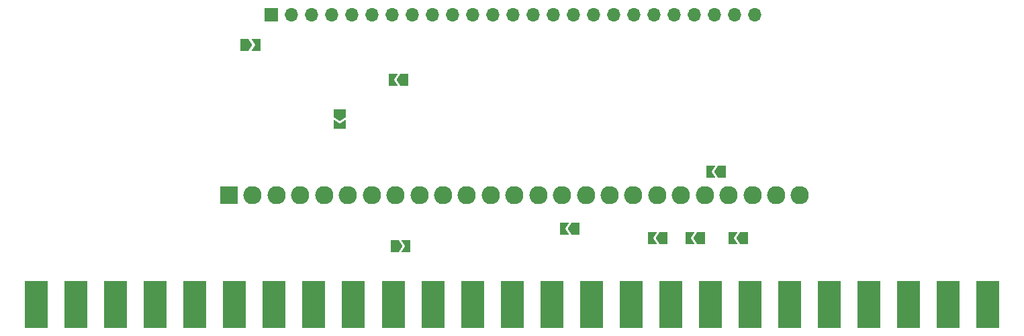
<source format=gbr>
%TF.GenerationSoftware,KiCad,Pcbnew,(6.0.7)*%
%TF.CreationDate,2023-11-11T13:33:03-06:00*%
%TF.ProjectId,Male ECU Connector,4d616c65-2045-4435-9520-436f6e6e6563,rev?*%
%TF.SameCoordinates,Original*%
%TF.FileFunction,Soldermask,Bot*%
%TF.FilePolarity,Negative*%
%FSLAX46Y46*%
G04 Gerber Fmt 4.6, Leading zero omitted, Abs format (unit mm)*
G04 Created by KiCad (PCBNEW (6.0.7)) date 2023-11-11 13:33:03*
%MOMM*%
%LPD*%
G01*
G04 APERTURE LIST*
G04 Aperture macros list*
%AMFreePoly0*
4,1,6,1.000000,0.000000,0.500000,-0.750000,-0.500000,-0.750000,-0.500000,0.750000,0.500000,0.750000,1.000000,0.000000,1.000000,0.000000,$1*%
%AMFreePoly1*
4,1,6,0.500000,-0.750000,-0.650000,-0.750000,-0.150000,0.000000,-0.650000,0.750000,0.500000,0.750000,0.500000,-0.750000,0.500000,-0.750000,$1*%
G04 Aperture macros list end*
%ADD10R,3.000000X6.000000*%
%ADD11R,1.700000X1.700000*%
%ADD12O,1.700000X1.700000*%
%ADD13R,2.300000X2.300000*%
%ADD14O,2.300000X2.300000*%
%ADD15FreePoly0,180.000000*%
%ADD16FreePoly1,180.000000*%
%ADD17FreePoly0,270.000000*%
%ADD18FreePoly1,270.000000*%
%ADD19FreePoly0,0.000000*%
%ADD20FreePoly1,0.000000*%
G04 APERTURE END LIST*
D10*
%TO.C,J3*%
X89500000Y-107750000D03*
X94500000Y-107750000D03*
X99500000Y-107750000D03*
X104500000Y-107750000D03*
X109500000Y-107750000D03*
X114500000Y-107750000D03*
X119500000Y-107750000D03*
X124500000Y-107750000D03*
X129500000Y-107750000D03*
X134500000Y-107750000D03*
X139500000Y-107750000D03*
X144500000Y-107750000D03*
X149500000Y-107750000D03*
X154500000Y-107750000D03*
X159500000Y-107750000D03*
X164500000Y-107750000D03*
X169500000Y-107750000D03*
X174500000Y-107750000D03*
X179500000Y-107750000D03*
X184500000Y-107750000D03*
X189500000Y-107750000D03*
X194500000Y-107750000D03*
X199500000Y-107750000D03*
X204500000Y-107750000D03*
X209500000Y-107750000D03*
%TD*%
D11*
%TO.C,J1*%
X119125000Y-71200000D03*
D12*
X121665000Y-71200000D03*
X124205000Y-71200000D03*
X126745000Y-71200000D03*
X129285000Y-71200000D03*
X131825000Y-71200000D03*
X134365000Y-71200000D03*
X136905000Y-71200000D03*
X139445000Y-71200000D03*
X141985000Y-71200000D03*
X144525000Y-71200000D03*
X147065000Y-71200000D03*
X149605000Y-71200000D03*
X152145000Y-71200000D03*
X154685000Y-71200000D03*
X157225000Y-71200000D03*
X159765000Y-71200000D03*
X162305000Y-71200000D03*
X164845000Y-71200000D03*
X167385000Y-71200000D03*
X169925000Y-71200000D03*
X172465000Y-71200000D03*
X175005000Y-71200000D03*
X177545000Y-71200000D03*
X180085000Y-71200000D03*
%TD*%
D13*
%TO.C,J2*%
X113800000Y-94000000D03*
D14*
X116800000Y-94000000D03*
X119800000Y-94000000D03*
X122800000Y-94000000D03*
X125800000Y-94000000D03*
X128800000Y-94000000D03*
X131800000Y-94000000D03*
X134800000Y-94000000D03*
X137800000Y-94000000D03*
X140800000Y-94000000D03*
X143800000Y-94000000D03*
X146800000Y-94000000D03*
X149800000Y-94000000D03*
X152800000Y-94000000D03*
X155800000Y-94000000D03*
X158800000Y-94000000D03*
X161800000Y-94000000D03*
X164800000Y-94000000D03*
X167800000Y-94000000D03*
X170800000Y-94000000D03*
X173800000Y-94000000D03*
X176800000Y-94000000D03*
X179800000Y-94000000D03*
X182800000Y-94000000D03*
X185800000Y-94000000D03*
%TD*%
D15*
%TO.C,JP7*%
X173325000Y-99400000D03*
D16*
X171875000Y-99400000D03*
%TD*%
D17*
%TO.C,JP8*%
X127800000Y-83675000D03*
D18*
X127800000Y-85125000D03*
%TD*%
D19*
%TO.C,JP5*%
X134675000Y-100400000D03*
D20*
X136125000Y-100400000D03*
%TD*%
D15*
%TO.C,JP2*%
X178725000Y-99400000D03*
D16*
X177275000Y-99400000D03*
%TD*%
D19*
%TO.C,JP4*%
X115775000Y-75000000D03*
D20*
X117225000Y-75000000D03*
%TD*%
D15*
%TO.C,JP9*%
X135925000Y-79400000D03*
D16*
X134475000Y-79400000D03*
%TD*%
D15*
%TO.C,JP6*%
X168600000Y-99400000D03*
D16*
X167150000Y-99400000D03*
%TD*%
D15*
%TO.C,JP3*%
X175925000Y-91000000D03*
D16*
X174475000Y-91000000D03*
%TD*%
D15*
%TO.C,JP1*%
X157525000Y-98200000D03*
D16*
X156075000Y-98200000D03*
%TD*%
M02*

</source>
